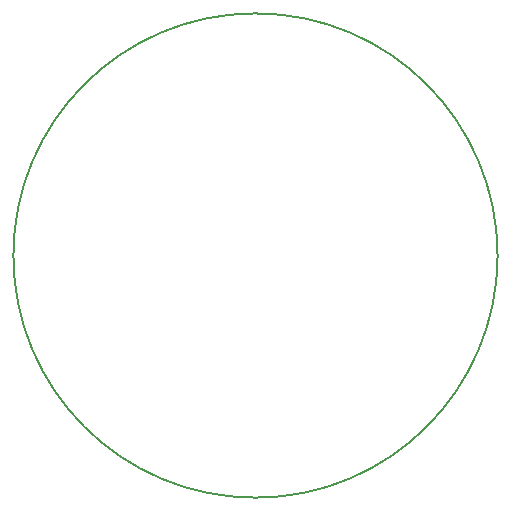
<source format=gbr>
G04 #@! TF.GenerationSoftware,KiCad,Pcbnew,(5.0-dev-4115-gdd04bcb)*
G04 #@! TF.CreationDate,2018-03-10T19:13:24-08:00*
G04 #@! TF.ProjectId,PCB-Condenser-Microphone-Backplate,5043422D436F6E64656E7365722D4D69,rev?*
G04 #@! TF.SameCoordinates,Original*
G04 #@! TF.FileFunction,Profile,NP*
%FSLAX46Y46*%
G04 Gerber Fmt 4.6, Leading zero omitted, Abs format (unit mm)*
G04 Created by KiCad (PCBNEW (5.0-dev-4115-gdd04bcb)) date Saturday, March 10, 2018 at 07:13:24 PM*
%MOMM*%
%LPD*%
G01*
G04 APERTURE LIST*
%ADD10C,0.200000*%
G04 APERTURE END LIST*
D10*
X170000000Y-99500000D02*
G75*
G03X170000000Y-99500000I-20500000J0D01*
G01*
M02*

</source>
